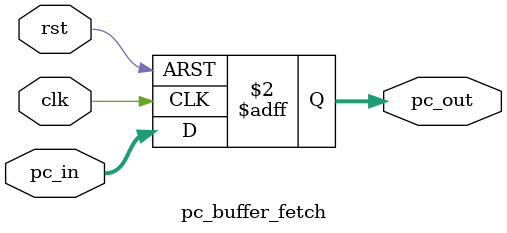
<source format=sv>
module pc_buffer_fetch (
    input logic clk,
    input logic rst,
    input logic [31:0] pc_in,
    output logic [31:0] pc_out
);

  always_ff @(posedge clk or posedge rst) begin
    if (rst) begin
      pc_out <= 0;
    end else begin
      pc_out <= pc_in;
    end
  end
endmodule

</source>
